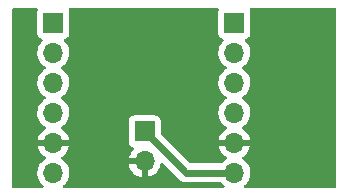
<source format=gbl>
%TF.GenerationSoftware,KiCad,Pcbnew,(6.0.5)*%
%TF.CreationDate,2024-06-21T19:09:36+02:00*%
%TF.ProjectId,pmod_level_shifter_4p,706d6f64-5f6c-4657-9665-6c5f73686966,rev?*%
%TF.SameCoordinates,Original*%
%TF.FileFunction,Copper,L2,Bot*%
%TF.FilePolarity,Positive*%
%FSLAX46Y46*%
G04 Gerber Fmt 4.6, Leading zero omitted, Abs format (unit mm)*
G04 Created by KiCad (PCBNEW (6.0.5)) date 2024-06-21 19:09:36*
%MOMM*%
%LPD*%
G01*
G04 APERTURE LIST*
%TA.AperFunction,ComponentPad*%
%ADD10R,1.700000X1.700000*%
%TD*%
%TA.AperFunction,ComponentPad*%
%ADD11O,1.700000X1.700000*%
%TD*%
%TA.AperFunction,ViaPad*%
%ADD12C,0.800000*%
%TD*%
%TA.AperFunction,Conductor*%
%ADD13C,0.600000*%
%TD*%
G04 APERTURE END LIST*
D10*
%TO.P,J1,1,Pin_1*%
%TO.N,+5V*%
X152000000Y-105725000D03*
D11*
%TO.P,J1,2,Pin_2*%
%TO.N,GND*%
X152000000Y-108265000D03*
%TD*%
D10*
%TO.P,PMOD1,1,IO0*%
%TO.N,Net-(IC1-Pad2)*%
X144270000Y-96520000D03*
D11*
%TO.P,PMOD1,2,IO1*%
%TO.N,Net-(IC1-Pad3)*%
X144270000Y-99060000D03*
%TO.P,PMOD1,3,IO2*%
%TO.N,Net-(IC1-Pad4)*%
X144270000Y-101600000D03*
%TO.P,PMOD1,4,IO3*%
%TO.N,Net-(IC1-Pad5)*%
X144270000Y-104140000D03*
%TO.P,PMOD1,5,GND*%
%TO.N,GND*%
X144270000Y-106680000D03*
%TO.P,PMOD1,6,VCC*%
%TO.N,+3V3*%
X144270000Y-109220000D03*
%TD*%
D10*
%TO.P,PMOD2,1,IO0*%
%TO.N,Net-(IC1-Pad13)*%
X159600000Y-96520000D03*
D11*
%TO.P,PMOD2,2,IO1*%
%TO.N,Net-(IC1-Pad12)*%
X159600000Y-99060000D03*
%TO.P,PMOD2,3,IO2*%
%TO.N,Net-(IC1-Pad11)*%
X159600000Y-101600000D03*
%TO.P,PMOD2,4,IO3*%
%TO.N,Net-(IC1-Pad10)*%
X159600000Y-104140000D03*
%TO.P,PMOD2,5,GND*%
%TO.N,GND*%
X159600000Y-106680000D03*
%TO.P,PMOD2,6,VCC*%
%TO.N,+5V*%
X159600000Y-109220000D03*
%TD*%
D12*
%TO.N,GND*%
X152000000Y-98250000D03*
X147750000Y-104000000D03*
%TD*%
D13*
%TO.N,+5V*%
X155495000Y-109220000D02*
X152000000Y-105725000D01*
X159600000Y-109220000D02*
X155495000Y-109220000D01*
%TD*%
%TA.AperFunction,Conductor*%
%TO.N,GND*%
G36*
X142917487Y-95278502D02*
G01*
X142963980Y-95332158D01*
X142974084Y-95402432D01*
X142967349Y-95428726D01*
X142918255Y-95559684D01*
X142911500Y-95621866D01*
X142911500Y-97418134D01*
X142918255Y-97480316D01*
X142969385Y-97616705D01*
X143056739Y-97733261D01*
X143173295Y-97820615D01*
X143181704Y-97823767D01*
X143181705Y-97823768D01*
X143290451Y-97864535D01*
X143347216Y-97907176D01*
X143371916Y-97973738D01*
X143356709Y-98043087D01*
X143337316Y-98069568D01*
X143210629Y-98202138D01*
X143084743Y-98386680D01*
X142990688Y-98589305D01*
X142930989Y-98804570D01*
X142907251Y-99026695D01*
X142907548Y-99031848D01*
X142907548Y-99031851D01*
X142913011Y-99126590D01*
X142920110Y-99249715D01*
X142921247Y-99254761D01*
X142921248Y-99254767D01*
X142941119Y-99342939D01*
X142969222Y-99467639D01*
X143053266Y-99674616D01*
X143169987Y-99865088D01*
X143316250Y-100033938D01*
X143488126Y-100176632D01*
X143558595Y-100217811D01*
X143561445Y-100219476D01*
X143610169Y-100271114D01*
X143623240Y-100340897D01*
X143596509Y-100406669D01*
X143556055Y-100440027D01*
X143543607Y-100446507D01*
X143539474Y-100449610D01*
X143539471Y-100449612D01*
X143515247Y-100467800D01*
X143364965Y-100580635D01*
X143210629Y-100742138D01*
X143084743Y-100926680D01*
X142990688Y-101129305D01*
X142930989Y-101344570D01*
X142907251Y-101566695D01*
X142907548Y-101571848D01*
X142907548Y-101571851D01*
X142913011Y-101666590D01*
X142920110Y-101789715D01*
X142921247Y-101794761D01*
X142921248Y-101794767D01*
X142941119Y-101882939D01*
X142969222Y-102007639D01*
X143053266Y-102214616D01*
X143169987Y-102405088D01*
X143316250Y-102573938D01*
X143488126Y-102716632D01*
X143558595Y-102757811D01*
X143561445Y-102759476D01*
X143610169Y-102811114D01*
X143623240Y-102880897D01*
X143596509Y-102946669D01*
X143556055Y-102980027D01*
X143543607Y-102986507D01*
X143539474Y-102989610D01*
X143539471Y-102989612D01*
X143515247Y-103007800D01*
X143364965Y-103120635D01*
X143210629Y-103282138D01*
X143084743Y-103466680D01*
X142990688Y-103669305D01*
X142930989Y-103884570D01*
X142907251Y-104106695D01*
X142907548Y-104111848D01*
X142907548Y-104111851D01*
X142913011Y-104206590D01*
X142920110Y-104329715D01*
X142921247Y-104334761D01*
X142921248Y-104334767D01*
X142928400Y-104366500D01*
X142969222Y-104547639D01*
X143053266Y-104754616D01*
X143169987Y-104945088D01*
X143316250Y-105113938D01*
X143488126Y-105256632D01*
X143561955Y-105299774D01*
X143610679Y-105351412D01*
X143623750Y-105421195D01*
X143597019Y-105486967D01*
X143556562Y-105520327D01*
X143548457Y-105524546D01*
X143539738Y-105530036D01*
X143369433Y-105657905D01*
X143361726Y-105664748D01*
X143214590Y-105818717D01*
X143208104Y-105826727D01*
X143088098Y-106002649D01*
X143083000Y-106011623D01*
X142993338Y-106204783D01*
X142989775Y-106214470D01*
X142934389Y-106414183D01*
X142935912Y-106422607D01*
X142948292Y-106426000D01*
X145588344Y-106426000D01*
X145601875Y-106422027D01*
X145603180Y-106412947D01*
X145561214Y-106245875D01*
X145557894Y-106236124D01*
X145472972Y-106040814D01*
X145468105Y-106031739D01*
X145352426Y-105852926D01*
X145346136Y-105844757D01*
X145202806Y-105687240D01*
X145195273Y-105680215D01*
X145028139Y-105548222D01*
X145019556Y-105542520D01*
X144982602Y-105522120D01*
X144932631Y-105471687D01*
X144917859Y-105402245D01*
X144942975Y-105335839D01*
X144970327Y-105309232D01*
X144993797Y-105292491D01*
X145149860Y-105181173D01*
X145308096Y-105023489D01*
X145367594Y-104940689D01*
X145435435Y-104846277D01*
X145438453Y-104842077D01*
X145537430Y-104641811D01*
X145602370Y-104428069D01*
X145631529Y-104206590D01*
X145633156Y-104140000D01*
X145614852Y-103917361D01*
X145560431Y-103700702D01*
X145471354Y-103495840D01*
X145350014Y-103308277D01*
X145199670Y-103143051D01*
X145195619Y-103139852D01*
X145195615Y-103139848D01*
X145028414Y-103007800D01*
X145028410Y-103007798D01*
X145024359Y-103004598D01*
X144983053Y-102981796D01*
X144933084Y-102931364D01*
X144918312Y-102861921D01*
X144943428Y-102795516D01*
X144970780Y-102768909D01*
X145014603Y-102737650D01*
X145149860Y-102641173D01*
X145308096Y-102483489D01*
X145367594Y-102400689D01*
X145435435Y-102306277D01*
X145438453Y-102302077D01*
X145537430Y-102101811D01*
X145602370Y-101888069D01*
X145631529Y-101666590D01*
X145633156Y-101600000D01*
X145614852Y-101377361D01*
X145560431Y-101160702D01*
X145471354Y-100955840D01*
X145350014Y-100768277D01*
X145199670Y-100603051D01*
X145195619Y-100599852D01*
X145195615Y-100599848D01*
X145028414Y-100467800D01*
X145028410Y-100467798D01*
X145024359Y-100464598D01*
X144983053Y-100441796D01*
X144933084Y-100391364D01*
X144918312Y-100321921D01*
X144943428Y-100255516D01*
X144970780Y-100228909D01*
X145014603Y-100197650D01*
X145149860Y-100101173D01*
X145308096Y-99943489D01*
X145367594Y-99860689D01*
X145435435Y-99766277D01*
X145438453Y-99762077D01*
X145537430Y-99561811D01*
X145602370Y-99348069D01*
X145631529Y-99126590D01*
X145633156Y-99060000D01*
X145614852Y-98837361D01*
X145560431Y-98620702D01*
X145471354Y-98415840D01*
X145350014Y-98228277D01*
X145346532Y-98224450D01*
X145202798Y-98066488D01*
X145171746Y-98002642D01*
X145180141Y-97932143D01*
X145225317Y-97877375D01*
X145251761Y-97863706D01*
X145358297Y-97823767D01*
X145366705Y-97820615D01*
X145483261Y-97733261D01*
X145570615Y-97616705D01*
X145621745Y-97480316D01*
X145628500Y-97418134D01*
X145628500Y-95621866D01*
X145621745Y-95559684D01*
X145572652Y-95428728D01*
X145567469Y-95357923D01*
X145601390Y-95295554D01*
X145663645Y-95261424D01*
X145690634Y-95258500D01*
X158179366Y-95258500D01*
X158247487Y-95278502D01*
X158293980Y-95332158D01*
X158304084Y-95402432D01*
X158297349Y-95428726D01*
X158248255Y-95559684D01*
X158241500Y-95621866D01*
X158241500Y-97418134D01*
X158248255Y-97480316D01*
X158299385Y-97616705D01*
X158386739Y-97733261D01*
X158503295Y-97820615D01*
X158511704Y-97823767D01*
X158511705Y-97823768D01*
X158620451Y-97864535D01*
X158677216Y-97907176D01*
X158701916Y-97973738D01*
X158686709Y-98043087D01*
X158667316Y-98069568D01*
X158540629Y-98202138D01*
X158414743Y-98386680D01*
X158320688Y-98589305D01*
X158260989Y-98804570D01*
X158237251Y-99026695D01*
X158237548Y-99031848D01*
X158237548Y-99031851D01*
X158243011Y-99126590D01*
X158250110Y-99249715D01*
X158251247Y-99254761D01*
X158251248Y-99254767D01*
X158271119Y-99342939D01*
X158299222Y-99467639D01*
X158383266Y-99674616D01*
X158499987Y-99865088D01*
X158646250Y-100033938D01*
X158818126Y-100176632D01*
X158888595Y-100217811D01*
X158891445Y-100219476D01*
X158940169Y-100271114D01*
X158953240Y-100340897D01*
X158926509Y-100406669D01*
X158886055Y-100440027D01*
X158873607Y-100446507D01*
X158869474Y-100449610D01*
X158869471Y-100449612D01*
X158845247Y-100467800D01*
X158694965Y-100580635D01*
X158540629Y-100742138D01*
X158414743Y-100926680D01*
X158320688Y-101129305D01*
X158260989Y-101344570D01*
X158237251Y-101566695D01*
X158237548Y-101571848D01*
X158237548Y-101571851D01*
X158243011Y-101666590D01*
X158250110Y-101789715D01*
X158251247Y-101794761D01*
X158251248Y-101794767D01*
X158271119Y-101882939D01*
X158299222Y-102007639D01*
X158383266Y-102214616D01*
X158499987Y-102405088D01*
X158646250Y-102573938D01*
X158818126Y-102716632D01*
X158888595Y-102757811D01*
X158891445Y-102759476D01*
X158940169Y-102811114D01*
X158953240Y-102880897D01*
X158926509Y-102946669D01*
X158886055Y-102980027D01*
X158873607Y-102986507D01*
X158869474Y-102989610D01*
X158869471Y-102989612D01*
X158845247Y-103007800D01*
X158694965Y-103120635D01*
X158540629Y-103282138D01*
X158414743Y-103466680D01*
X158320688Y-103669305D01*
X158260989Y-103884570D01*
X158237251Y-104106695D01*
X158237548Y-104111848D01*
X158237548Y-104111851D01*
X158243011Y-104206590D01*
X158250110Y-104329715D01*
X158251247Y-104334761D01*
X158251248Y-104334767D01*
X158258400Y-104366500D01*
X158299222Y-104547639D01*
X158383266Y-104754616D01*
X158499987Y-104945088D01*
X158646250Y-105113938D01*
X158818126Y-105256632D01*
X158891955Y-105299774D01*
X158940679Y-105351412D01*
X158953750Y-105421195D01*
X158927019Y-105486967D01*
X158886562Y-105520327D01*
X158878457Y-105524546D01*
X158869738Y-105530036D01*
X158699433Y-105657905D01*
X158691726Y-105664748D01*
X158544590Y-105818717D01*
X158538104Y-105826727D01*
X158418098Y-106002649D01*
X158413000Y-106011623D01*
X158323338Y-106204783D01*
X158319775Y-106214470D01*
X158264389Y-106414183D01*
X158265912Y-106422607D01*
X158278292Y-106426000D01*
X160918344Y-106426000D01*
X160931875Y-106422027D01*
X160933180Y-106412947D01*
X160891214Y-106245875D01*
X160887894Y-106236124D01*
X160802972Y-106040814D01*
X160798105Y-106031739D01*
X160682426Y-105852926D01*
X160676136Y-105844757D01*
X160532806Y-105687240D01*
X160525273Y-105680215D01*
X160358139Y-105548222D01*
X160349556Y-105542520D01*
X160312602Y-105522120D01*
X160262631Y-105471687D01*
X160247859Y-105402245D01*
X160272975Y-105335839D01*
X160300327Y-105309232D01*
X160323797Y-105292491D01*
X160479860Y-105181173D01*
X160638096Y-105023489D01*
X160697594Y-104940689D01*
X160765435Y-104846277D01*
X160768453Y-104842077D01*
X160867430Y-104641811D01*
X160932370Y-104428069D01*
X160961529Y-104206590D01*
X160963156Y-104140000D01*
X160944852Y-103917361D01*
X160890431Y-103700702D01*
X160801354Y-103495840D01*
X160680014Y-103308277D01*
X160529670Y-103143051D01*
X160525619Y-103139852D01*
X160525615Y-103139848D01*
X160358414Y-103007800D01*
X160358410Y-103007798D01*
X160354359Y-103004598D01*
X160313053Y-102981796D01*
X160263084Y-102931364D01*
X160248312Y-102861921D01*
X160273428Y-102795516D01*
X160300780Y-102768909D01*
X160344603Y-102737650D01*
X160479860Y-102641173D01*
X160638096Y-102483489D01*
X160697594Y-102400689D01*
X160765435Y-102306277D01*
X160768453Y-102302077D01*
X160867430Y-102101811D01*
X160932370Y-101888069D01*
X160961529Y-101666590D01*
X160963156Y-101600000D01*
X160944852Y-101377361D01*
X160890431Y-101160702D01*
X160801354Y-100955840D01*
X160680014Y-100768277D01*
X160529670Y-100603051D01*
X160525619Y-100599852D01*
X160525615Y-100599848D01*
X160358414Y-100467800D01*
X160358410Y-100467798D01*
X160354359Y-100464598D01*
X160313053Y-100441796D01*
X160263084Y-100391364D01*
X160248312Y-100321921D01*
X160273428Y-100255516D01*
X160300780Y-100228909D01*
X160344603Y-100197650D01*
X160479860Y-100101173D01*
X160638096Y-99943489D01*
X160697594Y-99860689D01*
X160765435Y-99766277D01*
X160768453Y-99762077D01*
X160867430Y-99561811D01*
X160932370Y-99348069D01*
X160961529Y-99126590D01*
X160963156Y-99060000D01*
X160944852Y-98837361D01*
X160890431Y-98620702D01*
X160801354Y-98415840D01*
X160680014Y-98228277D01*
X160676532Y-98224450D01*
X160532798Y-98066488D01*
X160501746Y-98002642D01*
X160510141Y-97932143D01*
X160555317Y-97877375D01*
X160581761Y-97863706D01*
X160688297Y-97823767D01*
X160696705Y-97820615D01*
X160813261Y-97733261D01*
X160900615Y-97616705D01*
X160951745Y-97480316D01*
X160958500Y-97418134D01*
X160958500Y-95621866D01*
X160951745Y-95559684D01*
X160902652Y-95428728D01*
X160897469Y-95357923D01*
X160931390Y-95295554D01*
X160993645Y-95261424D01*
X161020634Y-95258500D01*
X168115500Y-95258500D01*
X168183621Y-95278502D01*
X168230114Y-95332158D01*
X168241500Y-95384500D01*
X168241500Y-110365500D01*
X168221498Y-110433621D01*
X168167842Y-110480114D01*
X168115500Y-110491500D01*
X160550577Y-110491500D01*
X160482456Y-110471498D01*
X160435963Y-110417842D01*
X160425859Y-110347568D01*
X160455353Y-110282988D01*
X160471989Y-110267853D01*
X160471702Y-110267513D01*
X160475657Y-110264171D01*
X160479860Y-110261173D01*
X160638096Y-110103489D01*
X160697594Y-110020689D01*
X160765435Y-109926277D01*
X160768453Y-109922077D01*
X160801942Y-109854318D01*
X160865136Y-109726453D01*
X160865137Y-109726451D01*
X160867430Y-109721811D01*
X160912163Y-109574579D01*
X160930865Y-109513023D01*
X160930865Y-109513021D01*
X160932370Y-109508069D01*
X160961529Y-109286590D01*
X160961611Y-109283240D01*
X160963074Y-109223365D01*
X160963074Y-109223361D01*
X160963156Y-109220000D01*
X160944852Y-108997361D01*
X160890431Y-108780702D01*
X160801354Y-108575840D01*
X160695038Y-108411500D01*
X160682822Y-108392617D01*
X160682820Y-108392614D01*
X160680014Y-108388277D01*
X160529670Y-108223051D01*
X160525619Y-108219852D01*
X160525615Y-108219848D01*
X160358414Y-108087800D01*
X160358410Y-108087798D01*
X160354359Y-108084598D01*
X160312569Y-108061529D01*
X160262598Y-108011097D01*
X160247826Y-107941654D01*
X160272942Y-107875248D01*
X160300294Y-107848641D01*
X160475328Y-107723792D01*
X160483200Y-107717139D01*
X160634052Y-107566812D01*
X160640730Y-107558965D01*
X160765003Y-107386020D01*
X160770313Y-107377183D01*
X160864670Y-107186267D01*
X160868469Y-107176672D01*
X160930377Y-106972910D01*
X160932555Y-106962837D01*
X160933986Y-106951962D01*
X160931775Y-106937778D01*
X160918617Y-106934000D01*
X158283225Y-106934000D01*
X158269694Y-106937973D01*
X158268257Y-106947966D01*
X158298565Y-107082446D01*
X158301645Y-107092275D01*
X158381770Y-107289603D01*
X158386413Y-107298794D01*
X158497694Y-107480388D01*
X158503777Y-107488699D01*
X158643213Y-107649667D01*
X158650580Y-107656883D01*
X158814434Y-107792916D01*
X158822881Y-107798831D01*
X158891969Y-107839203D01*
X158940693Y-107890842D01*
X158953764Y-107960625D01*
X158927033Y-108026396D01*
X158886584Y-108059752D01*
X158873607Y-108066507D01*
X158869474Y-108069610D01*
X158869471Y-108069612D01*
X158699100Y-108197530D01*
X158694965Y-108200635D01*
X158540629Y-108362138D01*
X158538632Y-108365065D01*
X158480603Y-108405148D01*
X158441102Y-108411500D01*
X155882081Y-108411500D01*
X155813960Y-108391498D01*
X155792986Y-108374595D01*
X153395405Y-105977013D01*
X153361379Y-105914701D01*
X153358500Y-105887918D01*
X153358500Y-104826866D01*
X153351745Y-104764684D01*
X153300615Y-104628295D01*
X153213261Y-104511739D01*
X153096705Y-104424385D01*
X152960316Y-104373255D01*
X152898134Y-104366500D01*
X151101866Y-104366500D01*
X151039684Y-104373255D01*
X150903295Y-104424385D01*
X150786739Y-104511739D01*
X150699385Y-104628295D01*
X150648255Y-104764684D01*
X150641500Y-104826866D01*
X150641500Y-106623134D01*
X150648255Y-106685316D01*
X150699385Y-106821705D01*
X150786739Y-106938261D01*
X150903295Y-107025615D01*
X150911704Y-107028767D01*
X150911705Y-107028768D01*
X151020960Y-107069726D01*
X151077725Y-107112367D01*
X151102425Y-107178929D01*
X151087218Y-107248278D01*
X151067825Y-107274759D01*
X150944590Y-107403717D01*
X150938104Y-107411727D01*
X150818098Y-107587649D01*
X150813000Y-107596623D01*
X150723338Y-107789783D01*
X150719775Y-107799470D01*
X150664389Y-107999183D01*
X150665912Y-108007607D01*
X150678292Y-108011000D01*
X152128000Y-108011000D01*
X152196121Y-108031002D01*
X152242614Y-108084658D01*
X152254000Y-108137000D01*
X152254000Y-109583517D01*
X152258064Y-109597359D01*
X152271478Y-109599393D01*
X152278184Y-109598534D01*
X152288262Y-109596392D01*
X152492255Y-109535191D01*
X152501842Y-109531433D01*
X152693095Y-109437739D01*
X152701945Y-109432464D01*
X152875328Y-109308792D01*
X152883200Y-109302139D01*
X153034052Y-109151812D01*
X153040730Y-109143965D01*
X153165003Y-108971020D01*
X153170313Y-108962183D01*
X153264670Y-108771267D01*
X153268469Y-108761672D01*
X153330376Y-108557915D01*
X153332555Y-108547834D01*
X153339561Y-108494619D01*
X153368283Y-108429692D01*
X153427548Y-108390600D01*
X153498540Y-108389755D01*
X153553578Y-108421970D01*
X154916766Y-109785158D01*
X154917694Y-109786095D01*
X154960522Y-109829829D01*
X154980771Y-109850507D01*
X155017221Y-109873998D01*
X155027546Y-109881417D01*
X155061443Y-109908476D01*
X155067782Y-109911540D01*
X155067786Y-109911543D01*
X155091638Y-109923074D01*
X155105051Y-109930601D01*
X155127313Y-109944947D01*
X155127316Y-109944948D01*
X155133238Y-109948765D01*
X155139857Y-109951174D01*
X155139861Y-109951176D01*
X155173973Y-109963592D01*
X155185717Y-109968553D01*
X155218399Y-109984352D01*
X155218401Y-109984353D01*
X155224748Y-109987421D01*
X155241683Y-109991331D01*
X155257427Y-109994966D01*
X155272168Y-109999332D01*
X155303685Y-110010803D01*
X155310671Y-110011685D01*
X155310677Y-110011687D01*
X155346701Y-110016238D01*
X155359253Y-110018474D01*
X155394614Y-110026638D01*
X155394617Y-110026638D01*
X155401485Y-110028224D01*
X155408531Y-110028249D01*
X155408534Y-110028249D01*
X155442056Y-110028366D01*
X155442938Y-110028395D01*
X155443769Y-110028500D01*
X155480419Y-110028500D01*
X155480859Y-110028501D01*
X155579343Y-110028845D01*
X155579348Y-110028845D01*
X155582870Y-110028857D01*
X155584070Y-110028589D01*
X155585707Y-110028500D01*
X158445389Y-110028500D01*
X158513510Y-110048502D01*
X158540625Y-110072001D01*
X158646250Y-110193938D01*
X158722846Y-110257529D01*
X158736128Y-110268556D01*
X158775763Y-110327458D01*
X158777261Y-110398439D01*
X158740147Y-110458962D01*
X158676202Y-110489811D01*
X158655643Y-110491500D01*
X145220577Y-110491500D01*
X145152456Y-110471498D01*
X145105963Y-110417842D01*
X145095859Y-110347568D01*
X145125353Y-110282988D01*
X145141989Y-110267853D01*
X145141702Y-110267513D01*
X145145657Y-110264171D01*
X145149860Y-110261173D01*
X145308096Y-110103489D01*
X145367594Y-110020689D01*
X145435435Y-109926277D01*
X145438453Y-109922077D01*
X145471942Y-109854318D01*
X145535136Y-109726453D01*
X145535137Y-109726451D01*
X145537430Y-109721811D01*
X145582163Y-109574579D01*
X145600865Y-109513023D01*
X145600865Y-109513021D01*
X145602370Y-109508069D01*
X145631529Y-109286590D01*
X145631611Y-109283240D01*
X145633074Y-109223365D01*
X145633074Y-109223361D01*
X145633156Y-109220000D01*
X145614852Y-108997361D01*
X145560431Y-108780702D01*
X145471354Y-108575840D01*
X145443618Y-108532966D01*
X150668257Y-108532966D01*
X150698565Y-108667446D01*
X150701645Y-108677275D01*
X150781770Y-108874603D01*
X150786413Y-108883794D01*
X150897694Y-109065388D01*
X150903777Y-109073699D01*
X151043213Y-109234667D01*
X151050580Y-109241883D01*
X151214434Y-109377916D01*
X151222881Y-109383831D01*
X151406756Y-109491279D01*
X151416042Y-109495729D01*
X151615001Y-109571703D01*
X151624899Y-109574579D01*
X151728250Y-109595606D01*
X151742299Y-109594410D01*
X151746000Y-109584065D01*
X151746000Y-108537115D01*
X151741525Y-108521876D01*
X151740135Y-108520671D01*
X151732452Y-108519000D01*
X150683225Y-108519000D01*
X150669694Y-108522973D01*
X150668257Y-108532966D01*
X145443618Y-108532966D01*
X145365038Y-108411500D01*
X145352822Y-108392617D01*
X145352820Y-108392614D01*
X145350014Y-108388277D01*
X145199670Y-108223051D01*
X145195619Y-108219852D01*
X145195615Y-108219848D01*
X145028414Y-108087800D01*
X145028410Y-108087798D01*
X145024359Y-108084598D01*
X144982569Y-108061529D01*
X144932598Y-108011097D01*
X144917826Y-107941654D01*
X144942942Y-107875248D01*
X144970294Y-107848641D01*
X145145328Y-107723792D01*
X145153200Y-107717139D01*
X145304052Y-107566812D01*
X145310730Y-107558965D01*
X145435003Y-107386020D01*
X145440313Y-107377183D01*
X145534670Y-107186267D01*
X145538469Y-107176672D01*
X145600377Y-106972910D01*
X145602555Y-106962837D01*
X145603986Y-106951962D01*
X145601775Y-106937778D01*
X145588617Y-106934000D01*
X142953225Y-106934000D01*
X142939694Y-106937973D01*
X142938257Y-106947966D01*
X142968565Y-107082446D01*
X142971645Y-107092275D01*
X143051770Y-107289603D01*
X143056413Y-107298794D01*
X143167694Y-107480388D01*
X143173777Y-107488699D01*
X143313213Y-107649667D01*
X143320580Y-107656883D01*
X143484434Y-107792916D01*
X143492881Y-107798831D01*
X143561969Y-107839203D01*
X143610693Y-107890842D01*
X143623764Y-107960625D01*
X143597033Y-108026396D01*
X143556584Y-108059752D01*
X143543607Y-108066507D01*
X143539474Y-108069610D01*
X143539471Y-108069612D01*
X143369100Y-108197530D01*
X143364965Y-108200635D01*
X143210629Y-108362138D01*
X143207715Y-108366410D01*
X143207714Y-108366411D01*
X143169814Y-108421970D01*
X143084743Y-108546680D01*
X143069003Y-108580590D01*
X143028686Y-108667446D01*
X142990688Y-108749305D01*
X142930989Y-108964570D01*
X142907251Y-109186695D01*
X142907548Y-109191848D01*
X142907548Y-109191851D01*
X142918618Y-109383831D01*
X142920110Y-109409715D01*
X142921247Y-109414761D01*
X142921248Y-109414767D01*
X142939494Y-109495729D01*
X142969222Y-109627639D01*
X143053266Y-109834616D01*
X143077392Y-109873986D01*
X143165053Y-110017036D01*
X143169987Y-110025088D01*
X143316250Y-110193938D01*
X143392846Y-110257529D01*
X143406128Y-110268556D01*
X143445763Y-110327458D01*
X143447261Y-110398439D01*
X143410147Y-110458962D01*
X143346202Y-110489811D01*
X143325643Y-110491500D01*
X140884500Y-110491500D01*
X140816379Y-110471498D01*
X140769886Y-110417842D01*
X140758500Y-110365500D01*
X140758500Y-95384500D01*
X140778502Y-95316379D01*
X140832158Y-95269886D01*
X140884500Y-95258500D01*
X142849366Y-95258500D01*
X142917487Y-95278502D01*
G37*
%TD.AperFunction*%
%TD*%
M02*

</source>
